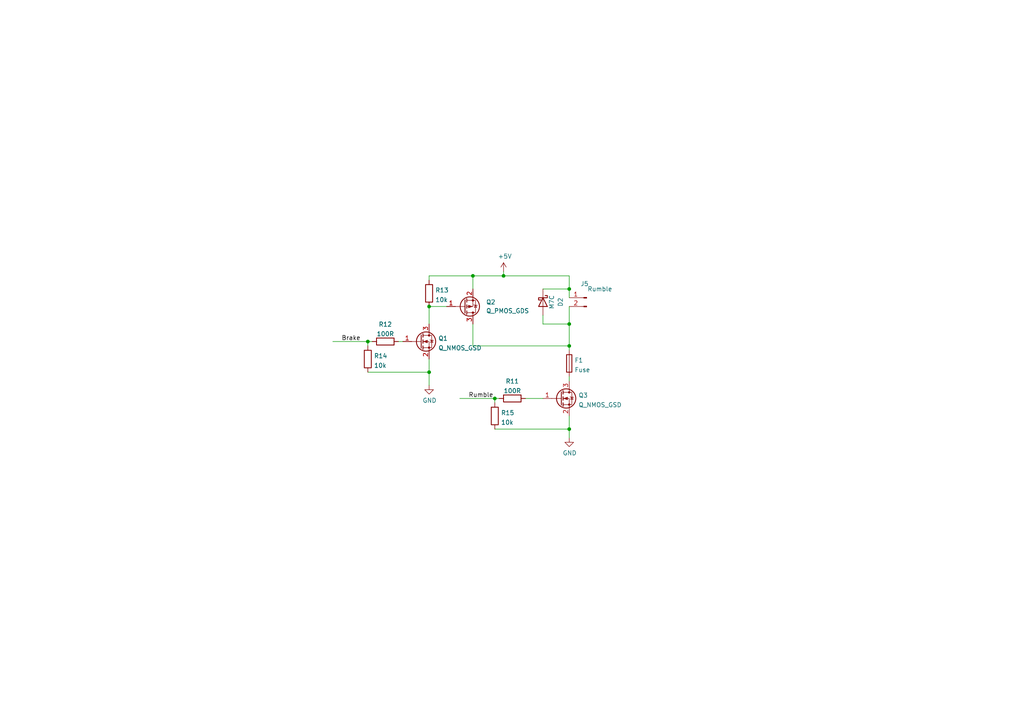
<source format=kicad_sch>
(kicad_sch (version 20211123) (generator eeschema)
  (paper "A4")
  (lib_symbols
    (symbol "Connector:Conn_01x02_Male" (pin_names (offset 1.016) hide)
      (property "Reference" "J" (at 0 2.54 0))
      (property "Value" "Conn_01x02_Male" (at 0 -5.08 0))
      (symbol "Conn_01x02_Male_1_1"
        (polyline (pts (xy 1.27 -2.54) (xy 0.8636 -2.54)) (stroke (width 0.1524)))
        (polyline (pts (xy 1.27 0) (xy 0.8636 0)) (stroke (width 0.1524)))
        (rectangle (start 0.8636 -2.413) (end 0 -2.667) (stroke (width 0.1524)) (fill (type outline)))
        (rectangle (start 0.8636 0.127) (end 0 -0.127) (stroke (width 0.1524)) (fill (type outline)))
        (pin passive line (at 5.08 0 180) (length 3.81) (name "Pin_1") (number "1"))
        (pin passive line (at 5.08 -2.54 180) (length 3.81) (name "Pin_2") (number "2"))
      )
    )
    (symbol "Device:D_Schottky" (pin_numbers hide) (pin_names (offset 1.016) hide)
      (property "Reference" "D" (at 0 2.54 0))
      (property "Value" "D_Schottky" (at 0 -2.54 0))
      (symbol "D_Schottky_0_1"
        (polyline (pts (xy 1.27 0) (xy -1.27 0)))
        (polyline (pts (xy 1.27 1.27) (xy 1.27 -1.27) (xy -1.27 0) (xy 1.27 1.27)) (stroke (width 0.254)))
        (polyline (pts (xy -1.905 0.635) (xy -1.905 1.27) (xy -1.27 1.27) (xy -1.27 -1.27) (xy -0.635 -1.27) (xy -0.635 -0.635)) (stroke (width 0.254)))
      )
      (symbol "D_Schottky_1_1"
        (pin passive line (at -3.81 0 0) (length 2.54) (name "K") (number "1"))
        (pin passive line (at 3.81 0 180) (length 2.54) (name "A") (number "2"))
      )
    )
    (symbol "Device:Fuse" (pin_numbers hide) (pin_names (offset 0))
      (property "Reference" "F" (at 2.032 0 90))
      (property "Value" "Fuse" (at -1.905 0 90))
      (symbol "Fuse_0_1"
        (rectangle (start -0.762 -2.54) (end 0.762 2.54) (stroke (width 0.254)))
        (polyline (pts (xy 0 2.54) (xy 0 -2.54)))
      )
      (symbol "Fuse_1_1"
        (pin passive line (at 0 3.81 270) (length 1.27) (name "~") (number "1"))
        (pin passive line (at 0 -3.81 90) (length 1.27) (name "~") (number "2"))
      )
    )
    (symbol "Device:Q_NMOS_GSD" (pin_names (offset 0) hide)
      (property "Reference" "Q" (at 5.08 1.27 0))
      (property "Value" "Q_NMOS_GSD" (at 5.08 -1.27 0))
      (symbol "Q_NMOS_GSD_0_1"
        (polyline (pts (xy 0.254 0) (xy -2.54 0)))
        (polyline (pts (xy 0.254 1.905) (xy 0.254 -1.905)) (stroke (width 0.254)))
        (polyline (pts (xy 0.762 -1.27) (xy 0.762 -2.286)) (stroke (width 0.254)))
        (polyline (pts (xy 0.762 0.508) (xy 0.762 -0.508)) (stroke (width 0.254)))
        (polyline (pts (xy 0.762 2.286) (xy 0.762 1.27)) (stroke (width 0.254)))
        (polyline (pts (xy 2.54 2.54) (xy 2.54 1.778)))
        (polyline (pts (xy 2.54 -2.54) (xy 2.54 0) (xy 0.762 0)))
        (polyline (pts (xy 0.762 -1.778) (xy 3.302 -1.778) (xy 3.302 1.778) (xy 0.762 1.778)))
        (polyline (pts (xy 1.016 0) (xy 2.032 0.381) (xy 2.032 -0.381) (xy 1.016 0)) (fill (type outline)))
        (polyline (pts (xy 2.794 0.508) (xy 2.921 0.381) (xy 3.683 0.381) (xy 3.81 0.254)))
        (polyline (pts (xy 3.302 0.381) (xy 2.921 -0.254) (xy 3.683 -0.254) (xy 3.302 0.381)))
        (circle (center 1.651 0) (radius 2.794) (stroke (width 0.254)))
        (circle (center 2.54 -1.778) (radius 0.254) (fill (type outline)))
        (circle (center 2.54 1.778) (radius 0.254) (fill (type outline)))
      )
      (symbol "Q_NMOS_GSD_1_1"
        (pin input line (at -5.08 0 0) (length 2.54) (name "G") (number "1"))
        (pin passive line (at 2.54 -5.08 90) (length 2.54) (name "S") (number "2"))
        (pin passive line (at 2.54 5.08 270) (length 2.54) (name "D") (number "3"))
      )
    )
    (symbol "Device:Q_PMOS_GSD" (pin_names (offset 0) hide)
      (property "Reference" "Q" (at 5.08 1.27 0))
      (property "Value" "Q_PMOS_GSD" (at 5.08 -1.27 0))
      (symbol "Q_PMOS_GSD_0_1"
        (polyline (pts (xy 0.254 0) (xy -2.54 0)))
        (polyline (pts (xy 0.254 1.905) (xy 0.254 -1.905)) (stroke (width 0.254)))
        (polyline (pts (xy 0.762 -1.27) (xy 0.762 -2.286)) (stroke (width 0.254)))
        (polyline (pts (xy 0.762 0.508) (xy 0.762 -0.508)) (stroke (width 0.254)))
        (polyline (pts (xy 0.762 2.286) (xy 0.762 1.27)) (stroke (width 0.254)))
        (polyline (pts (xy 2.54 2.54) (xy 2.54 1.778)))
        (polyline (pts (xy 2.54 -2.54) (xy 2.54 0) (xy 0.762 0)))
        (polyline (pts (xy 0.762 1.778) (xy 3.302 1.778) (xy 3.302 -1.778) (xy 0.762 -1.778)))
        (polyline (pts (xy 2.286 0) (xy 1.27 0.381) (xy 1.27 -0.381) (xy 2.286 0)) (fill (type outline)))
        (polyline (pts (xy 2.794 -0.508) (xy 2.921 -0.381) (xy 3.683 -0.381) (xy 3.81 -0.254)))
        (polyline (pts (xy 3.302 -0.381) (xy 2.921 0.254) (xy 3.683 0.254) (xy 3.302 -0.381)))
        (circle (center 1.651 0) (radius 2.794) (stroke (width 0.254)))
        (circle (center 2.54 -1.778) (radius 0.254) (fill (type outline)))
        (circle (center 2.54 1.778) (radius 0.254) (fill (type outline)))
      )
      (symbol "Q_PMOS_GSD_1_1"
        (pin input line (at -5.08 0 0) (length 2.54) (name "G") (number "1"))
        (pin passive line (at 2.54 -5.08 90) (length 2.54) (name "S") (number "2"))
        (pin passive line (at 2.54 5.08 270) (length 2.54) (name "D") (number "3"))
      )
    )
    (symbol "Device:R" (pin_numbers hide) (pin_names (offset 0))
      (property "Reference" "R" (at 2.032 0 90))
      (property "Value" "R" (at 0 0 90))
      (symbol "R_0_1"
        (rectangle (start -1.016 -2.54) (end 1.016 2.54) (stroke (width 0.254)))
      )
      (symbol "R_1_1"
        (pin passive line (at 0 3.81 270) (length 1.27) (name "~") (number "1"))
        (pin passive line (at 0 -3.81 90) (length 1.27) (name "~") (number "2"))
      )
    )
    (symbol "power:+5V" (power) (pin_names (offset 0))
      (property "Value" "+5V" (at 0 3.556 0))
      (symbol "+5V_0_1"
        (polyline (pts (xy -0.762 1.27) (xy 0 2.54)))
        (polyline (pts (xy 0 0) (xy 0 2.54)))
        (polyline (pts (xy 0 2.54) (xy 0.762 1.27)))
      )
      (symbol "+5V_1_1"
        (pin power_in line (at 0 0 90) (length 0) hide (name "+5V") (number "1"))
      )
    )
    (symbol "power:GND" (power) (pin_names (offset 0))
      (property "Value" "GND" (at 0 -3.81 0))
      (symbol "GND_0_1"
        (polyline (pts (xy 0 0) (xy 0 -1.27) (xy 1.27 -1.27) (xy 0 -2.54) (xy -1.27 -1.27) (xy 0 -1.27)))
      )
      (symbol "GND_1_1"
        (pin power_in line (at 0 0 270) (length 0) hide (name "GND") (number "1"))
      )
    )
  )
  (junction (at 165.1 93.98))
  (junction (at 124.46 88.9))
  (junction (at 165.1 124.46))
  (junction (at 165.1 83.82))
  (junction (at 124.46 107.95))
  (junction (at 165.1 100.33))
  (junction (at 106.68 99.06))
  (junction (at 143.51 115.57))
  (junction (at 146.05 80.01))
  (junction (at 137.16 80.01))
  (wire (pts (xy 96.52 99.06) (xy 106.68 99.06)))
  (wire (pts (xy 165.1 93.98) (xy 157.48 93.98)))
  (wire (pts (xy 137.16 80.01) (xy 146.05 80.01)))
  (wire (pts (xy 165.1 86.36) (xy 165.1 83.82)))
  (wire (pts (xy 165.1 93.98) (xy 165.1 100.33)))
  (wire (pts (xy 137.16 83.82) (xy 137.16 80.01)))
  (wire (pts (xy 124.46 88.9) (xy 129.54 88.9)))
  (wire (pts (xy 115.57 99.06) (xy 116.84 99.06)))
  (wire (pts (xy 143.51 115.57) (xy 143.51 116.84)))
  (wire (pts (xy 165.1 80.01) (xy 146.05 80.01)))
  (wire (pts (xy 133.35 115.57) (xy 143.51 115.57)))
  (wire (pts (xy 157.48 93.98) (xy 157.48 91.44)))
  (wire (pts (xy 165.1 100.33) (xy 165.1 101.6)))
  (wire (pts (xy 165.1 83.82) (xy 165.1 80.01)))
  (wire (pts (xy 106.68 99.06) (xy 106.68 100.33)))
  (wire (pts (xy 124.46 80.01) (xy 124.46 81.28)))
  (wire (pts (xy 137.16 93.98) (xy 137.16 100.33)))
  (wire (pts (xy 165.1 109.22) (xy 165.1 110.49)))
  (wire (pts (xy 124.46 88.9) (xy 124.46 93.98)))
  (wire (pts (xy 137.16 80.01) (xy 124.46 80.01)))
  (wire (pts (xy 157.48 83.82) (xy 165.1 83.82)))
  (wire (pts (xy 165.1 100.33) (xy 137.16 100.33)))
  (wire (pts (xy 146.05 78.74) (xy 146.05 80.01)))
  (wire (pts (xy 106.68 99.06) (xy 107.95 99.06)))
  (wire (pts (xy 124.46 107.95) (xy 124.46 111.76)))
  (wire (pts (xy 143.51 124.46) (xy 165.1 124.46)))
  (wire (pts (xy 143.51 115.57) (xy 144.78 115.57)))
  (wire (pts (xy 165.1 88.9) (xy 165.1 93.98)))
  (wire (pts (xy 165.1 124.46) (xy 165.1 127)))
  (wire (pts (xy 165.1 120.65) (xy 165.1 124.46)))
  (wire (pts (xy 124.46 104.14) (xy 124.46 107.95)))
  (wire (pts (xy 106.68 107.95) (xy 124.46 107.95)))
  (wire (pts (xy 152.4 115.57) (xy 157.48 115.57)))
  (label "Brake" (at 99.06 99.06 0))
  (label "Rumble" (at 135.89 115.57 0))
  (symbol (lib_id "Device:R") (at 111.76 99.06 90) (unit 1)
    (property "Reference" "R12" (at 111.76 94.0775 90))
    (property "Value" "100R" (at 111.76 96.8526 90))
    (property "Footprint" "PhobGCC_Footprints:R_0603_1608Metric_Pad0.98x0.95mm_HandSolder" (effects hide))
    (property "LCSC" "C22775" (effects hide))
  )
  (symbol (lib_id "Device:Q_NMOS_GSD") (at 121.92 99.06 0) (unit 1)
    (property "Reference" "Q1" (at 127.127 98.1515 0) (effects (justify left)))
    (property "Value" "Q_NMOS_GSD" (at 127.127 100.9266 0) (effects (justify left)))
    (property "Footprint" "PhobGCC_Footprints:SOT-23" (effects hide))
    (property "LCSC" "C20917" (effects hide))
  )
  (symbol (lib_id "Device:D_Schottky") (at 157.48 87.63 270) (unit 1)
    (property "Reference" "D2" (at 162.56 87.63 0))
    (property "Value" "M7C" (at 160.02 87.63 0))
    (property "Footprint" "PhobGCC_Footprints:D_SOD-123" (effects hide))
    (property "LCSC" "C8598" (effects hide))
  )
  (symbol (lib_id "Connector:Conn_01x02_Male") (at 170.18 86.36 0) (mirror y) (unit 1)
    (property "Reference" "J5" (at 169.545 82.3173 0))
    (property "Value" "Rumble" (at 173.99 83.82 0))
    (property "Footprint" "PhobGCC_Footprints:rumble_pins" (effects hide))
  )
  (symbol (lib_id "Device:R") (at 148.59 115.57 90) (unit 1)
    (property "Reference" "R11" (at 148.59 110.5875 90))
    (property "Value" "100R" (at 148.59 113.3626 90))
    (property "Footprint" "PhobGCC_Footprints:R_0603_1608Metric_Pad0.98x0.95mm_HandSolder" (effects hide))
    (property "LCSC" "C22775" (effects hide))
  )
  (symbol (lib_id "Device:R") (at 124.46 85.09 180) (unit 1)
    (property "Reference" "R13" (at 126.238 84.1815 0) (effects (justify right)))
    (property "Value" "10k" (at 126.238 86.9566 0) (effects (justify right)))
    (property "Footprint" "PhobGCC_Footprints:R_0603_1608Metric_Pad0.98x0.95mm_HandSolder" (effects hide))
    (property "LCSC" "C25804" (effects hide))
  )
  (symbol (lib_id "power:GND") (at 165.1 127 0) (unit 1)
    (property "Reference" "#PWR?" (effects hide))
    (property "Value" "GND" (at 165.227 131.3942 0))
  )
  (symbol (lib_id "power:GND") (at 124.46 111.76 0) (unit 1)
    (property "Reference" "#PWR?" (effects hide))
    (property "Value" "GND" (at 124.587 116.1542 0))
  )
  (symbol (lib_id "Device:Q_PMOS_GSD") (at 134.62 88.9 0) (mirror x) (unit 1)
    (property "Reference" "Q2" (at 140.97 87.6299 0) (effects (justify left)))
    (property "Value" "Q_PMOS_GDS" (at 140.97 90.1699 0) (effects (justify left)))
    (property "Footprint" "PhobGCC_Footprints:SOT-23" (effects hide))
    (property "LCSC" "C15127" (effects hide))
  )
  (symbol (lib_id "Device:Q_NMOS_GSD") (at 162.56 115.57 0) (unit 1)
    (property "Reference" "Q3" (at 167.767 114.6615 0) (effects (justify left)))
    (property "Value" "Q_NMOS_GSD" (at 167.767 117.4366 0) (effects (justify left)))
    (property "Footprint" "PhobGCC_Footprints:SOT-23" (effects hide))
    (property "LCSC" "C20917" (effects hide))
  )
  (symbol (lib_id "Device:R") (at 106.68 104.14 180) (unit 1)
    (property "Reference" "R14" (at 108.458 103.2315 0) (effects (justify right)))
    (property "Value" "10k" (at 108.458 106.0066 0) (effects (justify right)))
    (property "Footprint" "PhobGCC_Footprints:R_0603_1608Metric_Pad0.98x0.95mm_HandSolder" (effects hide))
    (property "LCSC" "C25804" (effects hide))
  )
  (symbol (lib_id "power:+5V") (at 146.05 78.74 0) (unit 1)
    (property "Reference" "#PWR?" (effects hide))
    (property "Value" "+5V" (at 146.431 74.3458 0))
  )
  (symbol (lib_id "Device:R") (at 143.51 120.65 180) (unit 1)
    (property "Reference" "R15" (at 145.288 119.7415 0) (effects (justify right)))
    (property "Value" "10k" (at 145.288 122.5166 0) (effects (justify right)))
    (property "Footprint" "PhobGCC_Footprints:R_0603_1608Metric_Pad0.98x0.95mm_HandSolder" (effects hide))
    (property "LCSC" "C25804" (effects hide))
  )
  (symbol (lib_id "Device:Fuse") (at 165.1 105.41 0) (unit 1)
    (property "Reference" "F1" (at 166.624 104.5015 0) (effects (justify left)))
    (property "Value" "Fuse" (at 166.624 107.2766 0) (effects (justify left)))
    (property "Footprint" "PhobGCC_Footprints:Fuse_1206_3216Metric" (effects hide))
    (property "LCSC" "C69680" (effects hide))
  )
)
</source>
